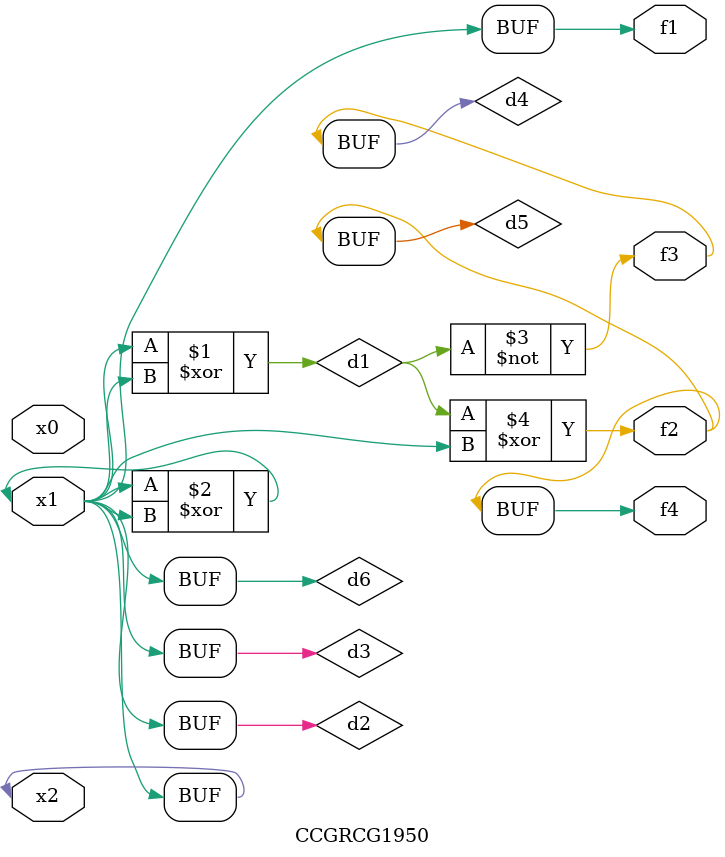
<source format=v>
module CCGRCG1950(
	input x0, x1, x2,
	output f1, f2, f3, f4
);

	wire d1, d2, d3, d4, d5, d6;

	xor (d1, x1, x2);
	buf (d2, x1, x2);
	xor (d3, x1, x2);
	nor (d4, d1);
	xor (d5, d1, d2);
	buf (d6, d2, d3);
	assign f1 = d6;
	assign f2 = d5;
	assign f3 = d4;
	assign f4 = d5;
endmodule

</source>
